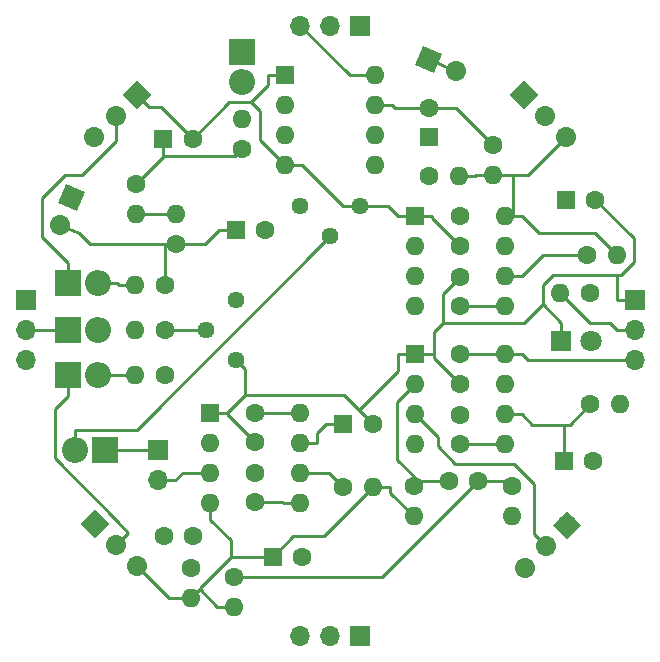
<source format=gbr>
G04 #@! TF.GenerationSoftware,KiCad,Pcbnew,5.0.2-bee76a0~70~ubuntu18.04.1*
G04 #@! TF.CreationDate,2019-07-07T08:40:30+02:00*
G04 #@! TF.ProjectId,neuromime_1.0.1,6e657572-6f6d-4696-9d65-5f312e302e31,rev?*
G04 #@! TF.SameCoordinates,Original*
G04 #@! TF.FileFunction,Copper,L2,Bot*
G04 #@! TF.FilePolarity,Positive*
%FSLAX46Y46*%
G04 Gerber Fmt 4.6, Leading zero omitted, Abs format (unit mm)*
G04 Created by KiCad (PCBNEW 5.0.2-bee76a0~70~ubuntu18.04.1) date Sun 07 Jul 2019 08:40:30 AM CEST*
%MOMM*%
%LPD*%
G01*
G04 APERTURE LIST*
G04 #@! TA.AperFunction,ComponentPad*
%ADD10O,1.700000X1.700000*%
G04 #@! TD*
G04 #@! TA.AperFunction,ComponentPad*
%ADD11R,1.700000X1.700000*%
G04 #@! TD*
G04 #@! TA.AperFunction,ComponentPad*
%ADD12R,1.800000X1.800000*%
G04 #@! TD*
G04 #@! TA.AperFunction,ComponentPad*
%ADD13C,1.800000*%
G04 #@! TD*
G04 #@! TA.AperFunction,ComponentPad*
%ADD14R,2.200000X2.200000*%
G04 #@! TD*
G04 #@! TA.AperFunction,ComponentPad*
%ADD15O,2.200000X2.200000*%
G04 #@! TD*
G04 #@! TA.AperFunction,ComponentPad*
%ADD16C,1.700000*%
G04 #@! TD*
G04 #@! TA.AperFunction,Conductor*
%ADD17C,1.700000*%
G04 #@! TD*
G04 #@! TA.AperFunction,Conductor*
%ADD18C,0.150000*%
G04 #@! TD*
G04 #@! TA.AperFunction,ComponentPad*
%ADD19C,1.600000*%
G04 #@! TD*
G04 #@! TA.AperFunction,ComponentPad*
%ADD20R,1.600000X1.600000*%
G04 #@! TD*
G04 #@! TA.AperFunction,ComponentPad*
%ADD21O,1.600000X1.600000*%
G04 #@! TD*
G04 #@! TA.AperFunction,ComponentPad*
%ADD22C,1.440000*%
G04 #@! TD*
G04 #@! TA.AperFunction,Conductor*
%ADD23C,0.250000*%
G04 #@! TD*
G04 APERTURE END LIST*
D10*
G04 #@! TO.P,K1,3*
G04 #@! TO.N,VCC*
X147460000Y-24219000D03*
G04 #@! TO.P,K1,2*
G04 #@! TO.N,Net-(D1-Pad1)*
X150000000Y-24219000D03*
D11*
G04 #@! TO.P,K1,1*
G04 #@! TO.N,GND*
X152540000Y-24219000D03*
G04 #@! TD*
D12*
G04 #@! TO.P,D6,1*
G04 #@! TO.N,GND*
X169558000Y-50889000D03*
D13*
G04 #@! TO.P,D6,2*
G04 #@! TO.N,Net-(D6-Pad2)*
X172098000Y-50889000D03*
G04 #@! TD*
D14*
G04 #@! TO.P,D5,1*
G04 #@! TO.N,Net-(D5-Pad1)*
X130950000Y-60160000D03*
D15*
G04 #@! TO.P,D5,2*
G04 #@! TO.N,refractory*
X128410000Y-60160000D03*
G04 #@! TD*
D14*
G04 #@! TO.P,D4,1*
G04 #@! TO.N,Net-(D4-Pad1)*
X127775000Y-50000000D03*
D15*
G04 #@! TO.P,D4,2*
G04 #@! TO.N,Net-(D4-Pad2)*
X130315000Y-50000000D03*
G04 #@! TD*
G04 #@! TO.P,D3,2*
G04 #@! TO.N,Net-(D3-Pad2)*
X130315000Y-53810000D03*
D14*
G04 #@! TO.P,D3,1*
G04 #@! TO.N,Net-(D3-Pad1)*
X127775000Y-53810000D03*
G04 #@! TD*
D11*
G04 #@! TO.P,W3,1*
G04 #@! TO.N,Net-(D5-Pad1)*
X135395000Y-60160000D03*
D10*
G04 #@! TO.P,W3,2*
G04 #@! TO.N,Net-(P5-Pad2)*
X135395000Y-62700000D03*
G04 #@! TD*
D16*
G04 #@! TO.P,P2,3*
G04 #@! TO.N,VCC*
X169975102Y-33653102D03*
D17*
G04 #@! TD*
G04 #@! TO.N,VCC*
G04 #@! TO.C,P2*
X169975102Y-33653102D02*
X169975102Y-33653102D01*
D16*
G04 #@! TO.P,P2,2*
G04 #@! TO.N,Net-(P2-Pad2)*
X168179051Y-31857051D03*
D17*
G04 #@! TD*
G04 #@! TO.N,Net-(P2-Pad2)*
G04 #@! TO.C,P2*
X168179051Y-31857051D02*
X168179051Y-31857051D01*
D16*
G04 #@! TO.P,P2,1*
G04 #@! TO.N,GND*
X166383000Y-30061000D03*
D18*
G04 #@! TD*
G04 #@! TO.N,GND*
G04 #@! TO.C,P2*
G36*
X166383000Y-31263082D02*
X165180918Y-30061000D01*
X166383000Y-28858918D01*
X167585082Y-30061000D01*
X166383000Y-31263082D01*
X166383000Y-31263082D01*
G37*
D16*
G04 #@! TO.P,P4,3*
G04 #@! TO.N,VCC*
X166473898Y-70102102D03*
D17*
G04 #@! TD*
G04 #@! TO.N,VCC*
G04 #@! TO.C,P4*
X166473898Y-70102102D02*
X166473898Y-70102102D01*
D16*
G04 #@! TO.P,P4,2*
G04 #@! TO.N,Net-(P2-Pad2)*
X168269949Y-68306051D03*
D17*
G04 #@! TD*
G04 #@! TO.N,Net-(P2-Pad2)*
G04 #@! TO.C,P4*
X168269949Y-68306051D02*
X168269949Y-68306051D01*
D16*
G04 #@! TO.P,P4,1*
G04 #@! TO.N,GND*
X170066000Y-66510000D03*
D18*
G04 #@! TD*
G04 #@! TO.N,GND*
G04 #@! TO.C,P4*
G36*
X168863918Y-66510000D02*
X170066000Y-65307918D01*
X171268082Y-66510000D01*
X170066000Y-67712082D01*
X168863918Y-66510000D01*
X168863918Y-66510000D01*
G37*
D19*
G04 #@! TO.P,C4,2*
G04 #@! TO.N,GND*
X138340000Y-33807500D03*
D20*
G04 #@! TO.P,C4,1*
G04 #@! TO.N,refractory*
X135840000Y-33807500D03*
G04 #@! TD*
D16*
G04 #@! TO.P,K2,3*
G04 #@! TO.N,VCC*
X130024898Y-33653102D03*
D17*
G04 #@! TD*
G04 #@! TO.N,VCC*
G04 #@! TO.C,K2*
X130024898Y-33653102D02*
X130024898Y-33653102D01*
D16*
G04 #@! TO.P,K2,2*
G04 #@! TO.N,Net-(D2-Pad1)*
X131820949Y-31857051D03*
D17*
G04 #@! TD*
G04 #@! TO.N,Net-(D2-Pad1)*
G04 #@! TO.C,K2*
X131820949Y-31857051D02*
X131820949Y-31857051D01*
D16*
G04 #@! TO.P,K2,1*
G04 #@! TO.N,GND*
X133617000Y-30061000D03*
D18*
G04 #@! TD*
G04 #@! TO.N,GND*
G04 #@! TO.C,K2*
G36*
X132414918Y-30061000D02*
X133617000Y-28858918D01*
X134819082Y-30061000D01*
X133617000Y-31263082D01*
X132414918Y-30061000D01*
X132414918Y-30061000D01*
G37*
D21*
G04 #@! TO.P,R2,2*
G04 #@! TO.N,Net-(D2-Pad2)*
X133490000Y-46190000D03*
D19*
G04 #@! TO.P,R2,1*
G04 #@! TO.N,Net-(C5-Pad1)*
X136030000Y-46190000D03*
G04 #@! TD*
D20*
G04 #@! TO.P,U4,1*
G04 #@! TO.N,GND*
X139840000Y-56985000D03*
D21*
G04 #@! TO.P,U4,5*
G04 #@! TO.N,Net-(C16-Pad1)*
X147460000Y-64605000D03*
G04 #@! TO.P,U4,2*
G04 #@! TO.N,Net-(C11-Pad1)*
X139840000Y-59525000D03*
G04 #@! TO.P,U4,6*
G04 #@! TO.N,Net-(C17-Pad1)*
X147460000Y-62065000D03*
G04 #@! TO.P,U4,3*
G04 #@! TO.N,Net-(P5-Pad2)*
X139840000Y-62065000D03*
G04 #@! TO.P,U4,7*
G04 #@! TO.N,Net-(C17-Pad1)*
X147460000Y-59525000D03*
G04 #@! TO.P,U4,4*
G04 #@! TO.N,VCC*
X139840000Y-64605000D03*
G04 #@! TO.P,U4,8*
X147460000Y-56985000D03*
G04 #@! TD*
D20*
G04 #@! TO.P,C14,1*
G04 #@! TO.N,Net-(C14-Pad1)*
X169748000Y-61049000D03*
D19*
G04 #@! TO.P,C14,2*
G04 #@! TO.N,GND*
X172248000Y-61049000D03*
G04 #@! TD*
G04 #@! TO.P,R14,1*
G04 #@! TO.N,Net-(C14-Pad1)*
X171971000Y-56286500D03*
D21*
G04 #@! TO.P,R14,2*
G04 #@! TO.N,VCC*
X174511000Y-56286500D03*
G04 #@! TD*
D19*
G04 #@! TO.P,C11,1*
G04 #@! TO.N,Net-(C11-Pad1)*
X135880000Y-67399000D03*
G04 #@! TO.P,C11,2*
G04 #@! TO.N,Net-(C10-Pad2)*
X138380000Y-67399000D03*
G04 #@! TD*
G04 #@! TO.P,C12,2*
G04 #@! TO.N,GND*
X160986000Y-54532000D03*
G04 #@! TO.P,C12,1*
G04 #@! TO.N,VCC*
X160986000Y-52032000D03*
G04 #@! TD*
G04 #@! TO.P,C13,2*
G04 #@! TO.N,GND*
X160986000Y-42848000D03*
G04 #@! TO.P,C13,1*
G04 #@! TO.N,VCC*
X160986000Y-40348000D03*
G04 #@! TD*
G04 #@! TO.P,C15,1*
G04 #@! TO.N,Net-(C15-Pad1)*
X160986000Y-59652000D03*
G04 #@! TO.P,C15,2*
G04 #@! TO.N,GND*
X160986000Y-57152000D03*
G04 #@! TD*
G04 #@! TO.P,C16,1*
G04 #@! TO.N,Net-(C16-Pad1)*
X143650000Y-64565000D03*
G04 #@! TO.P,C16,2*
G04 #@! TO.N,GND*
X143650000Y-62065000D03*
G04 #@! TD*
G04 #@! TO.P,C17,2*
G04 #@! TO.N,GND*
X153580000Y-57937500D03*
D20*
G04 #@! TO.P,C17,1*
G04 #@! TO.N,Net-(C17-Pad1)*
X151080000Y-57937500D03*
G04 #@! TD*
G04 #@! TO.P,U1,1*
G04 #@! TO.N,GND*
X146190000Y-28410000D03*
D21*
G04 #@! TO.P,U1,5*
G04 #@! TO.N,Net-(U1-Pad5)*
X153810000Y-36030000D03*
G04 #@! TO.P,U1,2*
G04 #@! TO.N,refractory*
X146190000Y-30950000D03*
G04 #@! TO.P,U1,6*
G04 #@! TO.N,Net-(U1-Pad5)*
X153810000Y-33490000D03*
G04 #@! TO.P,U1,3*
G04 #@! TO.N,Net-(C5-Pad1)*
X146190000Y-33490000D03*
G04 #@! TO.P,U1,7*
G04 #@! TO.N,Net-(C6-Pad2)*
X153810000Y-30950000D03*
G04 #@! TO.P,U1,4*
G04 #@! TO.N,GND*
X146190000Y-36030000D03*
G04 #@! TO.P,U1,8*
G04 #@! TO.N,VCC*
X153810000Y-28410000D03*
G04 #@! TD*
G04 #@! TO.P,U2,8*
G04 #@! TO.N,VCC*
X164796000Y-40348000D03*
G04 #@! TO.P,U2,4*
X157176000Y-47968000D03*
G04 #@! TO.P,U2,7*
G04 #@! TO.N,Net-(C8-Pad1)*
X164796000Y-42888000D03*
G04 #@! TO.P,U2,3*
G04 #@! TO.N,Net-(C10-Pad2)*
X157176000Y-45428000D03*
G04 #@! TO.P,U2,6*
G04 #@! TO.N,Net-(C8-Pad1)*
X164796000Y-45428000D03*
G04 #@! TO.P,U2,2*
G04 #@! TO.N,Net-(C6-Pad1)*
X157176000Y-42888000D03*
G04 #@! TO.P,U2,5*
G04 #@! TO.N,Net-(C9-Pad1)*
X164796000Y-47968000D03*
D20*
G04 #@! TO.P,U2,1*
G04 #@! TO.N,GND*
X157176000Y-40348000D03*
G04 #@! TD*
G04 #@! TO.P,U3,1*
G04 #@! TO.N,GND*
X157176000Y-52032000D03*
D21*
G04 #@! TO.P,U3,5*
G04 #@! TO.N,Net-(C15-Pad1)*
X164796000Y-59652000D03*
G04 #@! TO.P,U3,2*
G04 #@! TO.N,Net-(C10-Pad1)*
X157176000Y-54572000D03*
G04 #@! TO.P,U3,6*
G04 #@! TO.N,Net-(C14-Pad1)*
X164796000Y-57112000D03*
G04 #@! TO.P,U3,3*
G04 #@! TO.N,Net-(P2-Pad2)*
X157176000Y-57112000D03*
G04 #@! TO.P,U3,7*
G04 #@! TO.N,Net-(C14-Pad1)*
X164796000Y-54572000D03*
G04 #@! TO.P,U3,4*
G04 #@! TO.N,VCC*
X157176000Y-59652000D03*
G04 #@! TO.P,U3,8*
X164796000Y-52032000D03*
G04 #@! TD*
G04 #@! TO.P,R12,2*
G04 #@! TO.N,VCC*
X157048000Y-65748000D03*
D19*
G04 #@! TO.P,R12,1*
G04 #@! TO.N,Net-(C10-Pad1)*
X157048000Y-63208000D03*
G04 #@! TD*
D22*
G04 #@! TO.P,RV1,3*
G04 #@! TO.N,VCC*
X147460000Y-39522500D03*
G04 #@! TO.P,RV1,2*
G04 #@! TO.N,refractory*
X150000000Y-42062500D03*
G04 #@! TO.P,RV1,1*
G04 #@! TO.N,GND*
X152540000Y-39522500D03*
G04 #@! TD*
D19*
G04 #@! TO.P,R4,1*
G04 #@! TO.N,Net-(C5-Pad1)*
X136030000Y-50000000D03*
D21*
G04 #@! TO.P,R4,2*
G04 #@! TO.N,Net-(D4-Pad2)*
X133490000Y-50000000D03*
G04 #@! TD*
D11*
G04 #@! TO.P,K4,1*
G04 #@! TO.N,GND*
X124219000Y-47460000D03*
D10*
G04 #@! TO.P,K4,2*
G04 #@! TO.N,Net-(D4-Pad1)*
X124219000Y-50000000D03*
G04 #@! TO.P,K4,3*
G04 #@! TO.N,VCC*
X124219000Y-52540000D03*
G04 #@! TD*
D20*
G04 #@! TO.P,C5,1*
G04 #@! TO.N,Net-(C5-Pad1)*
X141999000Y-41491000D03*
D19*
G04 #@! TO.P,C5,2*
G04 #@! TO.N,GND*
X144499000Y-41491000D03*
G04 #@! TD*
G04 #@! TO.P,R13,1*
G04 #@! TO.N,Net-(C11-Pad1)*
X138189000Y-70129500D03*
D21*
G04 #@! TO.P,R13,2*
G04 #@! TO.N,VCC*
X138189000Y-72669500D03*
G04 #@! TD*
D20*
G04 #@! TO.P,C1,1*
G04 #@! TO.N,VCC*
X145110000Y-69177000D03*
D19*
G04 #@! TO.P,C1,2*
G04 #@! TO.N,GND*
X147610000Y-69177000D03*
G04 #@! TD*
G04 #@! TO.P,R10,1*
G04 #@! TO.N,Net-(C10-Pad2)*
X165367000Y-63208000D03*
D21*
G04 #@! TO.P,R10,2*
G04 #@! TO.N,VCC*
X165367000Y-65748000D03*
G04 #@! TD*
G04 #@! TO.P,R15,2*
G04 #@! TO.N,Net-(P2-Pad2)*
X169431000Y-46825000D03*
D19*
G04 #@! TO.P,R15,1*
G04 #@! TO.N,Net-(D6-Pad2)*
X171971000Y-46825000D03*
G04 #@! TD*
D22*
G04 #@! TO.P,RV2,1*
G04 #@! TO.N,GND*
X141999000Y-52540000D03*
G04 #@! TO.P,RV2,2*
G04 #@! TO.N,Net-(C5-Pad1)*
X139459000Y-50000000D03*
G04 #@! TO.P,RV2,3*
G04 #@! TO.N,VCC*
X141999000Y-47460000D03*
G04 #@! TD*
D11*
G04 #@! TO.P,P5,1*
G04 #@! TO.N,GND*
X152540000Y-75908000D03*
D10*
G04 #@! TO.P,P5,2*
G04 #@! TO.N,Net-(P5-Pad2)*
X150000000Y-75908000D03*
G04 #@! TO.P,P5,3*
G04 #@! TO.N,VCC*
X147460000Y-75908000D03*
G04 #@! TD*
D19*
G04 #@! TO.P,C7,2*
G04 #@! TO.N,GND*
X143650000Y-59485000D03*
G04 #@! TO.P,C7,1*
G04 #@! TO.N,VCC*
X143650000Y-56985000D03*
G04 #@! TD*
G04 #@! TO.P,C8,2*
G04 #@! TO.N,GND*
X172439000Y-38951000D03*
D20*
G04 #@! TO.P,C8,1*
G04 #@! TO.N,Net-(C8-Pad1)*
X169939000Y-38951000D03*
G04 #@! TD*
D19*
G04 #@! TO.P,C9,1*
G04 #@! TO.N,Net-(C9-Pad1)*
X160986000Y-47968000D03*
G04 #@! TO.P,C9,2*
G04 #@! TO.N,GND*
X160986000Y-45468000D03*
G04 #@! TD*
G04 #@! TO.P,C10,1*
G04 #@! TO.N,Net-(C10-Pad1)*
X160033000Y-62763500D03*
G04 #@! TO.P,C10,2*
G04 #@! TO.N,Net-(C10-Pad2)*
X162533000Y-62763500D03*
G04 #@! TD*
D21*
G04 #@! TO.P,R1,2*
G04 #@! TO.N,Net-(D1-Pad2)*
X142520000Y-32139500D03*
D19*
G04 #@! TO.P,R1,1*
G04 #@! TO.N,refractory*
X142520000Y-34679500D03*
G04 #@! TD*
G04 #@! TO.P,R3,1*
G04 #@! TO.N,Net-(C5-Pad1)*
X136030000Y-53810000D03*
D21*
G04 #@! TO.P,R3,2*
G04 #@! TO.N,Net-(D3-Pad2)*
X133490000Y-53810000D03*
G04 #@! TD*
G04 #@! TO.P,R11,2*
G04 #@! TO.N,VCC*
X141872000Y-73431500D03*
D19*
G04 #@! TO.P,R11,1*
G04 #@! TO.N,Net-(C10-Pad2)*
X141872000Y-70891500D03*
G04 #@! TD*
D16*
G04 #@! TO.P,W1,1*
G04 #@! TO.N,refractory*
X158318000Y-27076500D03*
D18*
G04 #@! TD*
G04 #@! TO.N,refractory*
G04 #@! TO.C,W1*
G36*
X158787691Y-28183022D02*
X157211478Y-27546191D01*
X157848309Y-25969978D01*
X159424522Y-26606809D01*
X158787691Y-28183022D01*
X158787691Y-28183022D01*
G37*
D16*
G04 #@! TO.P,W1,2*
G04 #@! TO.N,refractory*
X160673047Y-28028001D03*
D17*
G04 #@! TD*
G04 #@! TO.N,refractory*
G04 #@! TO.C,W1*
X160673047Y-28028001D02*
X160673047Y-28028001D01*
D19*
G04 #@! TO.P,R16,1*
G04 #@! TO.N,Net-(C17-Pad1)*
X151080000Y-63271500D03*
D21*
G04 #@! TO.P,R16,2*
G04 #@! TO.N,VCC*
X153620000Y-63271500D03*
G04 #@! TD*
D14*
G04 #@! TO.P,D2,1*
G04 #@! TO.N,Net-(D2-Pad1)*
X127775000Y-45999500D03*
D15*
G04 #@! TO.P,D2,2*
G04 #@! TO.N,Net-(D2-Pad2)*
X130315000Y-45999500D03*
G04 #@! TD*
G04 #@! TO.P,D1,2*
G04 #@! TO.N,Net-(D1-Pad2)*
X142520000Y-28964500D03*
D14*
G04 #@! TO.P,D1,1*
G04 #@! TO.N,Net-(D1-Pad1)*
X142520000Y-26424500D03*
G04 #@! TD*
D21*
G04 #@! TO.P,R9,2*
G04 #@! TO.N,VCC*
X174257000Y-43650000D03*
D19*
G04 #@! TO.P,R9,1*
G04 #@! TO.N,Net-(C8-Pad1)*
X171717000Y-43650000D03*
G04 #@! TD*
D11*
G04 #@! TO.P,P3,1*
G04 #@! TO.N,GND*
X175781000Y-47460000D03*
D10*
G04 #@! TO.P,P3,2*
G04 #@! TO.N,Net-(P2-Pad2)*
X175781000Y-50000000D03*
G04 #@! TO.P,P3,3*
G04 #@! TO.N,VCC*
X175781000Y-52540000D03*
G04 #@! TD*
D16*
G04 #@! TO.P,W2,2*
G04 #@! TO.N,Net-(C5-Pad1)*
X127140499Y-41115547D03*
D17*
G04 #@! TD*
G04 #@! TO.N,Net-(C5-Pad1)*
G04 #@! TO.C,W2*
X127140499Y-41115547D02*
X127140499Y-41115547D01*
D16*
G04 #@! TO.P,W2,1*
G04 #@! TO.N,Net-(C5-Pad1)*
X128092000Y-38760500D03*
D18*
G04 #@! TD*
G04 #@! TO.N,Net-(C5-Pad1)*
G04 #@! TO.C,W2*
G36*
X126985478Y-39230191D02*
X127622309Y-37653978D01*
X129198522Y-38290809D01*
X128561691Y-39867022D01*
X126985478Y-39230191D01*
X126985478Y-39230191D01*
G37*
D20*
G04 #@! TO.P,C6,1*
G04 #@! TO.N,Net-(C6-Pad1)*
X158382000Y-33680500D03*
D19*
G04 #@! TO.P,C6,2*
G04 #@! TO.N,Net-(C6-Pad2)*
X158382000Y-31180500D03*
G04 #@! TD*
D21*
G04 #@! TO.P,R5,2*
G04 #@! TO.N,GND*
X133554000Y-40157500D03*
D19*
G04 #@! TO.P,R5,1*
G04 #@! TO.N,refractory*
X133554000Y-37617500D03*
G04 #@! TD*
G04 #@! TO.P,R7,1*
G04 #@! TO.N,Net-(C6-Pad2)*
X163780000Y-34315500D03*
D21*
G04 #@! TO.P,R7,2*
G04 #@! TO.N,VCC*
X163780000Y-36855500D03*
G04 #@! TD*
D19*
G04 #@! TO.P,R8,1*
G04 #@! TO.N,Net-(C6-Pad1)*
X158318000Y-36919000D03*
D21*
G04 #@! TO.P,R8,2*
G04 #@! TO.N,VCC*
X160858000Y-36919000D03*
G04 #@! TD*
D16*
G04 #@! TO.P,K3,1*
G04 #@! TO.N,GND*
X130061000Y-66383000D03*
D18*
G04 #@! TD*
G04 #@! TO.N,GND*
G04 #@! TO.C,K3*
G36*
X130061000Y-67585082D02*
X128858918Y-66383000D01*
X130061000Y-65180918D01*
X131263082Y-66383000D01*
X130061000Y-67585082D01*
X130061000Y-67585082D01*
G37*
D16*
G04 #@! TO.P,K3,2*
G04 #@! TO.N,Net-(D3-Pad1)*
X131857051Y-68179051D03*
D17*
G04 #@! TD*
G04 #@! TO.N,Net-(D3-Pad1)*
G04 #@! TO.C,K3*
X131857051Y-68179051D02*
X131857051Y-68179051D01*
D16*
G04 #@! TO.P,K3,3*
G04 #@! TO.N,VCC*
X133653102Y-69975102D03*
D17*
G04 #@! TD*
G04 #@! TO.N,VCC*
G04 #@! TO.C,K3*
X133653102Y-69975102D02*
X133653102Y-69975102D01*
D21*
G04 #@! TO.P,R6,2*
G04 #@! TO.N,GND*
X136919000Y-40157500D03*
D19*
G04 #@! TO.P,R6,1*
G04 #@! TO.N,Net-(C5-Pad1)*
X136919000Y-42697500D03*
G04 #@! TD*
D23*
G04 #@! TO.N,GND*
X159542100Y-49401500D02*
X166415400Y-49401500D01*
X166415400Y-49401500D02*
X168005500Y-47811400D01*
X158785800Y-52032000D02*
X158785800Y-50157800D01*
X158785800Y-50157800D02*
X159542100Y-49401500D01*
X159542100Y-49401500D02*
X159542100Y-46911900D01*
X159542100Y-46911900D02*
X160986000Y-45468000D01*
X168005500Y-47811400D02*
X169558000Y-49363900D01*
X174305900Y-45358900D02*
X168855100Y-45358900D01*
X168855100Y-45358900D02*
X168005500Y-46208500D01*
X168005500Y-46208500D02*
X168005500Y-47811400D01*
X158785800Y-52032000D02*
X158785800Y-52331800D01*
X158785800Y-52331800D02*
X160986000Y-54532000D01*
X158601100Y-52032000D02*
X158785800Y-52032000D01*
X174305900Y-45358900D02*
X174582700Y-45358900D01*
X174582700Y-45358900D02*
X175686500Y-44255100D01*
X175686500Y-44255100D02*
X175686500Y-42198500D01*
X175686500Y-42198500D02*
X172439000Y-38951000D01*
X174305900Y-47460000D02*
X174305900Y-45358900D01*
X169558000Y-50889000D02*
X169558000Y-49363900D01*
X175781000Y-47460000D02*
X174305900Y-47460000D01*
X157176000Y-52032000D02*
X158601100Y-52032000D01*
X146190000Y-36030000D02*
X147615100Y-36030000D01*
X152540000Y-39522500D02*
X151107600Y-39522500D01*
X151107600Y-39522500D02*
X147615100Y-36030000D01*
X155750900Y-40348000D02*
X154925400Y-39522500D01*
X154925400Y-39522500D02*
X152540000Y-39522500D01*
X143274500Y-30702000D02*
X141445500Y-30702000D01*
X141445500Y-30702000D02*
X138340000Y-33807500D01*
X144764900Y-28410000D02*
X144764900Y-29211600D01*
X144764900Y-29211600D02*
X143274500Y-30702000D01*
X146190000Y-36030000D02*
X144047500Y-33887500D01*
X144047500Y-33887500D02*
X144047500Y-31475000D01*
X144047500Y-31475000D02*
X143274500Y-30702000D01*
X157176000Y-40348000D02*
X158601100Y-40348000D01*
X160986000Y-42848000D02*
X158601100Y-40463100D01*
X158601100Y-40463100D02*
X158601100Y-40348000D01*
X157176000Y-52032000D02*
X155750900Y-52032000D01*
X152425300Y-56782700D02*
X151135900Y-55493400D01*
X151135900Y-55493400D02*
X142756700Y-55493400D01*
X153580000Y-57937500D02*
X152425300Y-56782700D01*
X155750900Y-52032000D02*
X155750900Y-53457100D01*
X155750900Y-53457100D02*
X152425300Y-56782700D01*
X133554000Y-40157500D02*
X136919000Y-40157500D01*
X142756700Y-55493400D02*
X141265100Y-56985000D01*
X142756700Y-55493400D02*
X142756700Y-53297700D01*
X142756700Y-53297700D02*
X141999000Y-52540000D01*
X146190000Y-28410000D02*
X144764900Y-28410000D01*
X133617000Y-30061000D02*
X134660100Y-31104000D01*
X134660100Y-31104000D02*
X135636500Y-31104000D01*
X135636500Y-31104000D02*
X138340000Y-33807500D01*
X139840000Y-56985000D02*
X141265100Y-56985000D01*
X143650000Y-59485000D02*
X141265100Y-57100100D01*
X141265100Y-57100100D02*
X141265100Y-56985000D01*
X156648500Y-40348000D02*
X157176000Y-40348000D01*
X156648500Y-40348000D02*
X155750900Y-40348000D01*
G04 #@! TO.N,VCC*
X138189000Y-72669500D02*
X136347500Y-72669500D01*
X136347500Y-72669500D02*
X133653100Y-69975100D01*
X139840000Y-64605000D02*
X139840000Y-66030100D01*
X141560900Y-69177000D02*
X138937000Y-71800900D01*
X138937000Y-71800900D02*
X138937000Y-71921500D01*
X145110000Y-69177000D02*
X141560900Y-69177000D01*
X141560900Y-69177000D02*
X141560900Y-67751000D01*
X141560900Y-67751000D02*
X139840000Y-66030100D01*
X138937000Y-71921500D02*
X138189000Y-72669500D01*
X140446900Y-73431500D02*
X138937000Y-71921500D01*
X141872000Y-73431500D02*
X140446900Y-73431500D01*
X153620000Y-63271500D02*
X149447800Y-67443700D01*
X149447800Y-67443700D02*
X146843300Y-67443700D01*
X146843300Y-67443700D02*
X145110000Y-69177000D01*
X165508600Y-36855500D02*
X166772700Y-36855500D01*
X166772700Y-36855500D02*
X169975100Y-33653100D01*
X163780000Y-36855500D02*
X165508600Y-36855500D01*
X165508600Y-40348000D02*
X166221100Y-40348000D01*
X164796000Y-40348000D02*
X165508600Y-40348000D01*
X165508600Y-40348000D02*
X165508600Y-36855500D01*
X160858000Y-36919000D02*
X162291400Y-36919000D01*
X162291400Y-36919000D02*
X162354900Y-36855500D01*
X163780000Y-36855500D02*
X162354900Y-36855500D01*
X153620000Y-63271500D02*
X155045100Y-63271500D01*
X155045100Y-63271500D02*
X155045100Y-63745100D01*
X155045100Y-63745100D02*
X157048000Y-65748000D01*
X166221100Y-40348000D02*
X167664900Y-41791800D01*
X167664900Y-41791800D02*
X172398800Y-41791800D01*
X172398800Y-41791800D02*
X174257000Y-43650000D01*
X164796000Y-52032000D02*
X166221100Y-52032000D01*
X175781000Y-52540000D02*
X166729100Y-52540000D01*
X166729100Y-52540000D02*
X166221100Y-52032000D01*
X153810000Y-28410000D02*
X151651000Y-28410000D01*
X151651000Y-28410000D02*
X147460000Y-24219000D01*
X160986000Y-52032000D02*
X164796000Y-52032000D01*
X143650000Y-56985000D02*
X147460000Y-56985000D01*
G04 #@! TO.N,refractory*
X128410000Y-60160000D02*
X128410000Y-58434900D01*
X150000000Y-42062500D02*
X133627600Y-58434900D01*
X133627600Y-58434900D02*
X128410000Y-58434900D01*
X158318000Y-27076500D02*
X160238300Y-27852300D01*
X160238300Y-27852300D02*
X160497300Y-27852300D01*
X160497300Y-27852300D02*
X160673000Y-28028000D01*
X135889500Y-35282000D02*
X133554000Y-37617500D01*
X142520000Y-34679500D02*
X141944600Y-35254900D01*
X141944600Y-35254900D02*
X135916600Y-35254900D01*
X135916600Y-35254900D02*
X135889500Y-35282000D01*
X135889500Y-35282000D02*
X135840000Y-35232600D01*
X135840000Y-33807500D02*
X135840000Y-35232600D01*
G04 #@! TO.N,Net-(C5-Pad1)*
X136030000Y-42697500D02*
X136919000Y-42697500D01*
X128737100Y-41760500D02*
X128737100Y-41760600D01*
X128737100Y-41760600D02*
X129674000Y-42697500D01*
X129674000Y-42697500D02*
X136030000Y-42697500D01*
X136030000Y-42697500D02*
X136030000Y-46190000D01*
X127140500Y-41115500D02*
X128737100Y-41760500D01*
X141999000Y-41491000D02*
X140573900Y-41491000D01*
X140573900Y-41491000D02*
X139367400Y-42697500D01*
X139367400Y-42697500D02*
X136919000Y-42697500D01*
X139459000Y-50000000D02*
X136030000Y-50000000D01*
G04 #@! TO.N,Net-(C6-Pad2)*
X153810000Y-30950000D02*
X155235100Y-30950000D01*
X158382000Y-31180500D02*
X155465600Y-31180500D01*
X155465600Y-31180500D02*
X155235100Y-30950000D01*
X163780000Y-34315500D02*
X160645000Y-31180500D01*
X160645000Y-31180500D02*
X158382000Y-31180500D01*
G04 #@! TO.N,Net-(C8-Pad1)*
X164796000Y-45428000D02*
X166221100Y-45428000D01*
X166221100Y-45428000D02*
X167999100Y-43650000D01*
X167999100Y-43650000D02*
X171717000Y-43650000D01*
G04 #@! TO.N,Net-(C9-Pad1)*
X164796000Y-47968000D02*
X160986000Y-47968000D01*
G04 #@! TO.N,Net-(C10-Pad2)*
X162533000Y-62763500D02*
X154405000Y-70891500D01*
X154405000Y-70891500D02*
X141872000Y-70891500D01*
X162533000Y-62763500D02*
X164922500Y-62763500D01*
X164922500Y-62763500D02*
X165367000Y-63208000D01*
G04 #@! TO.N,Net-(C10-Pad1)*
X157492500Y-62763500D02*
X157048000Y-63208000D01*
X160033000Y-62763500D02*
X157492500Y-62763500D01*
X157492500Y-62763500D02*
X155689600Y-60960600D01*
X155689600Y-60960600D02*
X155689600Y-56058400D01*
X155689600Y-56058400D02*
X157176000Y-54572000D01*
G04 #@! TO.N,Net-(C15-Pad1)*
X160986000Y-59652000D02*
X164796000Y-59652000D01*
G04 #@! TO.N,Net-(C16-Pad1)*
X147460000Y-64605000D02*
X146034900Y-64605000D01*
X143650000Y-64565000D02*
X145994900Y-64565000D01*
X145994900Y-64565000D02*
X146034900Y-64605000D01*
G04 #@! TO.N,Net-(C17-Pad1)*
X147460000Y-59525000D02*
X148885100Y-59525000D01*
X151080000Y-57937500D02*
X149654900Y-57937500D01*
X148885100Y-59525000D02*
X148885100Y-58707300D01*
X148885100Y-58707300D02*
X149654900Y-57937500D01*
X151080000Y-63271500D02*
X149873500Y-62065000D01*
X149873500Y-62065000D02*
X147460000Y-62065000D01*
G04 #@! TO.N,Net-(D2-Pad1)*
X127775000Y-45999500D02*
X127775000Y-44274400D01*
X131820900Y-31857100D02*
X131820900Y-33952100D01*
X131820900Y-33952100D02*
X128951300Y-36821700D01*
X128951300Y-36821700D02*
X127533700Y-36821700D01*
X127533700Y-36821700D02*
X125586300Y-38769100D01*
X125586300Y-38769100D02*
X125586300Y-42085700D01*
X125586300Y-42085700D02*
X127775000Y-44274400D01*
G04 #@! TO.N,Net-(D2-Pad2)*
X133490000Y-46190000D02*
X132064900Y-46190000D01*
X130315000Y-45999500D02*
X132040100Y-45999500D01*
X132064900Y-46190000D02*
X132064900Y-46024300D01*
X132064900Y-46024300D02*
X132040100Y-45999500D01*
G04 #@! TO.N,Net-(D3-Pad2)*
X133490000Y-53810000D02*
X130315000Y-53810000D01*
G04 #@! TO.N,Net-(D3-Pad1)*
X127775000Y-53810000D02*
X127775000Y-55535100D01*
X131857100Y-68179100D02*
X132900200Y-67136000D01*
X132900200Y-67136000D02*
X131940900Y-66176800D01*
X131940900Y-66176800D02*
X131940900Y-66130800D01*
X131940900Y-66130800D02*
X126658400Y-60848300D01*
X126658400Y-60848300D02*
X126658400Y-56651700D01*
X126658400Y-56651700D02*
X127775000Y-55535100D01*
G04 #@! TO.N,Net-(D4-Pad1)*
X124219000Y-50000000D02*
X127775000Y-50000000D01*
G04 #@! TO.N,Net-(D5-Pad1)*
X135395000Y-60160000D02*
X130950000Y-60160000D01*
G04 #@! TO.N,Net-(P2-Pad2)*
X175781000Y-50000000D02*
X174305900Y-50000000D01*
X174305900Y-50000000D02*
X173669800Y-49363900D01*
X173669800Y-49363900D02*
X171969900Y-49363900D01*
X171969900Y-49363900D02*
X169431000Y-46825000D01*
X168269900Y-68306100D02*
X167226900Y-67263000D01*
X157176000Y-57112000D02*
X159081000Y-59017000D01*
X159081000Y-59017000D02*
X159081000Y-59799500D01*
X159081000Y-59799500D02*
X160577700Y-61296200D01*
X160577700Y-61296200D02*
X165534000Y-61296200D01*
X165534000Y-61296200D02*
X167226900Y-62989100D01*
X167226900Y-62989100D02*
X167226900Y-67263000D01*
G04 #@! TO.N,Net-(P5-Pad2)*
X135395000Y-62700000D02*
X136870100Y-62700000D01*
X139840000Y-62065000D02*
X137505100Y-62065000D01*
X137505100Y-62065000D02*
X136870100Y-62700000D01*
G04 #@! TO.N,Net-(C14-Pad1)*
X169748000Y-58001400D02*
X167110500Y-58001400D01*
X167110500Y-58001400D02*
X166221100Y-57112000D01*
X171971000Y-56286500D02*
X170256100Y-58001400D01*
X170256100Y-58001400D02*
X169748000Y-58001400D01*
X169748000Y-58001400D02*
X169748000Y-59623900D01*
X164796000Y-57112000D02*
X166221100Y-57112000D01*
X169748000Y-61049000D02*
X169748000Y-59623900D01*
G04 #@! TD*
M02*

</source>
